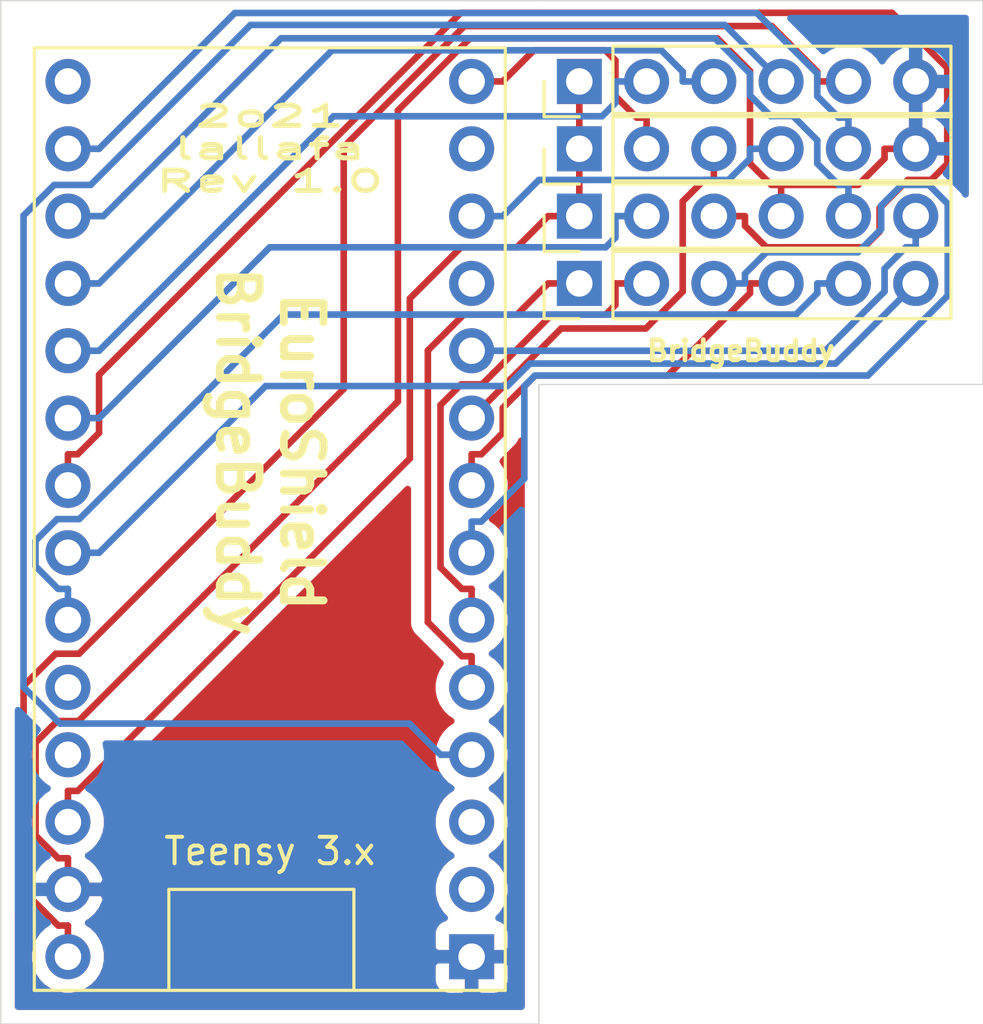
<source format=kicad_pcb>
(kicad_pcb (version 20171130) (host pcbnew "(5.1.5-0-10_14)")

  (general
    (thickness 1.6)
    (drawings 18)
    (tracks 201)
    (zones 0)
    (modules 6)
    (nets 28)
  )

  (page A4)
  (layers
    (0 F.Cu signal)
    (31 B.Cu signal)
    (32 B.Adhes user hide)
    (33 F.Adhes user hide)
    (34 B.Paste user hide)
    (35 F.Paste user hide)
    (36 B.SilkS user hide)
    (37 F.SilkS user)
    (38 B.Mask user hide)
    (39 F.Mask user hide)
    (40 Dwgs.User user hide)
    (41 Cmts.User user hide)
    (42 Eco1.User user hide)
    (43 Eco2.User user hide)
    (44 Edge.Cuts user)
    (45 Margin user hide)
    (46 B.CrtYd user hide)
    (47 F.CrtYd user hide)
    (48 B.Fab user hide)
    (49 F.Fab user hide)
  )

  (setup
    (last_trace_width 0.25)
    (user_trace_width 0.254)
    (user_trace_width 0.381)
    (user_trace_width 0.508)
    (trace_clearance 0.2)
    (zone_clearance 0.508)
    (zone_45_only no)
    (trace_min 0.2)
    (via_size 0.8)
    (via_drill 0.4)
    (via_min_size 0.4)
    (via_min_drill 0.3)
    (uvia_size 0.3)
    (uvia_drill 0.1)
    (uvias_allowed no)
    (uvia_min_size 0.2)
    (uvia_min_drill 0.1)
    (edge_width 0.05)
    (segment_width 0.2)
    (pcb_text_width 0.3)
    (pcb_text_size 1.5 1.5)
    (mod_edge_width 0.12)
    (mod_text_size 1 1)
    (mod_text_width 0.15)
    (pad_size 1.15 1.4)
    (pad_drill 0)
    (pad_to_mask_clearance 0.051)
    (solder_mask_min_width 0.25)
    (aux_axis_origin 0 0)
    (visible_elements FFFFFF7F)
    (pcbplotparams
      (layerselection 0x010fc_ffffffff)
      (usegerberextensions false)
      (usegerberattributes false)
      (usegerberadvancedattributes false)
      (creategerberjobfile false)
      (excludeedgelayer true)
      (linewidth 0.100000)
      (plotframeref false)
      (viasonmask false)
      (mode 1)
      (useauxorigin false)
      (hpglpennumber 1)
      (hpglpenspeed 20)
      (hpglpendiameter 15.000000)
      (psnegative false)
      (psa4output false)
      (plotreference true)
      (plotvalue true)
      (plotinvisibletext false)
      (padsonsilk false)
      (subtractmaskfromsilk false)
      (outputformat 1)
      (mirror false)
      (drillshape 0)
      (scaleselection 1)
      (outputdirectory "gerber/"))
  )

  (net 0 "")
  (net 1 /MISO)
  (net 2 /MCLK)
  (net 3 /CS)
  (net 4 /BCLK)
  (net 5 /DSP_RST)
  (net 6 /MOSI)
  (net 7 /LED4)
  (net 8 /LED3)
  (net 9 /LED2)
  (net 10 /LED1)
  (net 11 /BUTTON)
  (net 12 /MIDI_OUT)
  (net 13 /MIDI_IN)
  (net 14 /DOUT)
  (net 15 /SCK)
  (net 16 /DSP_C_S)
  (net 17 /ENC_B)
  (net 18 /ENC_A)
  (net 19 /SDA)
  (net 20 /SCL)
  (net 21 /UP_POT)
  (net 22 /LO_POT)
  (net 23 /DIN)
  (net 24 /LRCLK)
  (net 25 GND)
  (net 26 +3V3)
  (net 27 +5V)

  (net_class Default "Dies ist die voreingestellte Netzklasse."
    (clearance 0.2)
    (trace_width 0.25)
    (via_dia 0.8)
    (via_drill 0.4)
    (uvia_dia 0.3)
    (uvia_drill 0.1)
    (add_net +3V3)
    (add_net +5V)
    (add_net /BCLK)
    (add_net /BUTTON)
    (add_net /CS)
    (add_net /DIN)
    (add_net /DOUT)
    (add_net /DSP_C_S)
    (add_net /DSP_RST)
    (add_net /ENC_A)
    (add_net /ENC_B)
    (add_net /LED1)
    (add_net /LED2)
    (add_net /LED3)
    (add_net /LED4)
    (add_net /LO_POT)
    (add_net /LRCLK)
    (add_net /MCLK)
    (add_net /MIDI_IN)
    (add_net /MIDI_OUT)
    (add_net /MISO)
    (add_net /MOSI)
    (add_net /SCK)
    (add_net /SCL)
    (add_net /SDA)
    (add_net /UP_POT)
    (add_net GND)
  )

  (module Connector_PinHeader_2.54mm:PinHeader_1x06_P2.54mm_Vertical (layer F.Cu) (tedit 59FED5CC) (tstamp 6044E602)
    (at 153.924 78.74 90)
    (descr "Through hole straight pin header, 1x06, 2.54mm pitch, single row")
    (tags "Through hole pin header THT 1x06 2.54mm single row")
    (path /605752B0)
    (fp_text reference J6 (at 0 -2.33 90) (layer F.SilkS) hide
      (effects (font (size 1 1) (thickness 0.15)))
    )
    (fp_text value XTRA (at 0 15.03 90) (layer F.Fab)
      (effects (font (size 1 1) (thickness 0.15)))
    )
    (fp_text user %R (at 0 6.35) (layer F.Fab)
      (effects (font (size 1 1) (thickness 0.15)))
    )
    (fp_line (start 1.8 -1.8) (end -1.8 -1.8) (layer F.CrtYd) (width 0.05))
    (fp_line (start 1.8 14.5) (end 1.8 -1.8) (layer F.CrtYd) (width 0.05))
    (fp_line (start -1.8 14.5) (end 1.8 14.5) (layer F.CrtYd) (width 0.05))
    (fp_line (start -1.8 -1.8) (end -1.8 14.5) (layer F.CrtYd) (width 0.05))
    (fp_line (start -1.33 -1.33) (end 0 -1.33) (layer F.SilkS) (width 0.12))
    (fp_line (start -1.33 0) (end -1.33 -1.33) (layer F.SilkS) (width 0.12))
    (fp_line (start -1.33 1.27) (end 1.33 1.27) (layer F.SilkS) (width 0.12))
    (fp_line (start 1.33 1.27) (end 1.33 14.03) (layer F.SilkS) (width 0.12))
    (fp_line (start -1.33 1.27) (end -1.33 14.03) (layer F.SilkS) (width 0.12))
    (fp_line (start -1.33 14.03) (end 1.33 14.03) (layer F.SilkS) (width 0.12))
    (fp_line (start -1.27 -0.635) (end -0.635 -1.27) (layer F.Fab) (width 0.1))
    (fp_line (start -1.27 13.97) (end -1.27 -0.635) (layer F.Fab) (width 0.1))
    (fp_line (start 1.27 13.97) (end -1.27 13.97) (layer F.Fab) (width 0.1))
    (fp_line (start 1.27 -1.27) (end 1.27 13.97) (layer F.Fab) (width 0.1))
    (fp_line (start -0.635 -1.27) (end 1.27 -1.27) (layer F.Fab) (width 0.1))
    (pad 6 thru_hole oval (at 0 12.7 90) (size 1.7 1.7) (drill 1) (layers *.Cu *.Mask)
      (net 21 /UP_POT))
    (pad 5 thru_hole oval (at 0 10.16 90) (size 1.7 1.7) (drill 1) (layers *.Cu *.Mask)
      (net 22 /LO_POT))
    (pad 4 thru_hole oval (at 0 7.62 90) (size 1.7 1.7) (drill 1) (layers *.Cu *.Mask)
      (net 7 /LED4))
    (pad 3 thru_hole oval (at 0 5.08 90) (size 1.7 1.7) (drill 1) (layers *.Cu *.Mask)
      (net 8 /LED3))
    (pad 2 thru_hole oval (at 0 2.54 90) (size 1.7 1.7) (drill 1) (layers *.Cu *.Mask)
      (net 9 /LED2))
    (pad 1 thru_hole rect (at 0 0 90) (size 1.7 1.7) (drill 1) (layers *.Cu *.Mask)
      (net 10 /LED1))
    (model ${KISYS3DMOD}/Connector_PinHeader_2.54mm.3dshapes/PinHeader_1x06_P2.54mm_Vertical.wrl
      (at (xyz 0 0 0))
      (scale (xyz 1 1 1))
      (rotate (xyz 0 0 0))
    )
  )

  (module Connector_PinHeader_2.54mm:PinHeader_1x06_P2.54mm_Vertical (layer F.Cu) (tedit 59FED5CC) (tstamp 6044E5E8)
    (at 153.924 76.2 90)
    (descr "Through hole straight pin header, 1x06, 2.54mm pitch, single row")
    (tags "Through hole pin header THT 1x06 2.54mm single row")
    (path /60574187)
    (fp_text reference J5 (at 0 -2.33 90) (layer F.SilkS) hide
      (effects (font (size 1 1) (thickness 0.15)))
    )
    (fp_text value I2C (at 0 15.03 90) (layer F.Fab)
      (effects (font (size 1 1) (thickness 0.15)))
    )
    (fp_text user %R (at 0 6.35) (layer F.Fab)
      (effects (font (size 1 1) (thickness 0.15)))
    )
    (fp_line (start 1.8 -1.8) (end -1.8 -1.8) (layer F.CrtYd) (width 0.05))
    (fp_line (start 1.8 14.5) (end 1.8 -1.8) (layer F.CrtYd) (width 0.05))
    (fp_line (start -1.8 14.5) (end 1.8 14.5) (layer F.CrtYd) (width 0.05))
    (fp_line (start -1.8 -1.8) (end -1.8 14.5) (layer F.CrtYd) (width 0.05))
    (fp_line (start -1.33 -1.33) (end 0 -1.33) (layer F.SilkS) (width 0.12))
    (fp_line (start -1.33 0) (end -1.33 -1.33) (layer F.SilkS) (width 0.12))
    (fp_line (start -1.33 1.27) (end 1.33 1.27) (layer F.SilkS) (width 0.12))
    (fp_line (start 1.33 1.27) (end 1.33 14.03) (layer F.SilkS) (width 0.12))
    (fp_line (start -1.33 1.27) (end -1.33 14.03) (layer F.SilkS) (width 0.12))
    (fp_line (start -1.33 14.03) (end 1.33 14.03) (layer F.SilkS) (width 0.12))
    (fp_line (start -1.27 -0.635) (end -0.635 -1.27) (layer F.Fab) (width 0.1))
    (fp_line (start -1.27 13.97) (end -1.27 -0.635) (layer F.Fab) (width 0.1))
    (fp_line (start 1.27 13.97) (end -1.27 13.97) (layer F.Fab) (width 0.1))
    (fp_line (start 1.27 -1.27) (end 1.27 13.97) (layer F.Fab) (width 0.1))
    (fp_line (start -0.635 -1.27) (end 1.27 -1.27) (layer F.Fab) (width 0.1))
    (pad 6 thru_hole oval (at 0 12.7 90) (size 1.7 1.7) (drill 1) (layers *.Cu *.Mask)
      (net 5 /DSP_RST))
    (pad 5 thru_hole oval (at 0 10.16 90) (size 1.7 1.7) (drill 1) (layers *.Cu *.Mask)
      (net 16 /DSP_C_S))
    (pad 4 thru_hole oval (at 0 7.62 90) (size 1.7 1.7) (drill 1) (layers *.Cu *.Mask)
      (net 25 GND))
    (pad 3 thru_hole oval (at 0 5.08 90) (size 1.7 1.7) (drill 1) (layers *.Cu *.Mask)
      (net 20 /SCL))
    (pad 2 thru_hole oval (at 0 2.54 90) (size 1.7 1.7) (drill 1) (layers *.Cu *.Mask)
      (net 19 /SDA))
    (pad 1 thru_hole rect (at 0 0 90) (size 1.7 1.7) (drill 1) (layers *.Cu *.Mask)
      (net 26 +3V3))
    (model ${KISYS3DMOD}/Connector_PinHeader_2.54mm.3dshapes/PinHeader_1x06_P2.54mm_Vertical.wrl
      (at (xyz 0 0 0))
      (scale (xyz 1 1 1))
      (rotate (xyz 0 0 0))
    )
  )

  (module Connector_PinHeader_2.54mm:PinHeader_1x06_P2.54mm_Vertical (layer F.Cu) (tedit 59FED5CC) (tstamp 6044E5CE)
    (at 153.924 73.66 90)
    (descr "Through hole straight pin header, 1x06, 2.54mm pitch, single row")
    (tags "Through hole pin header THT 1x06 2.54mm single row")
    (path /60573212)
    (fp_text reference J4 (at 0 -2.33 90) (layer F.SilkS) hide
      (effects (font (size 1 1) (thickness 0.15)))
    )
    (fp_text value SPI (at 0 15.03 90) (layer F.Fab)
      (effects (font (size 1 1) (thickness 0.15)))
    )
    (fp_text user %R (at 0 6.35) (layer F.Fab)
      (effects (font (size 1 1) (thickness 0.15)))
    )
    (fp_line (start 1.8 -1.8) (end -1.8 -1.8) (layer F.CrtYd) (width 0.05))
    (fp_line (start 1.8 14.5) (end 1.8 -1.8) (layer F.CrtYd) (width 0.05))
    (fp_line (start -1.8 14.5) (end 1.8 14.5) (layer F.CrtYd) (width 0.05))
    (fp_line (start -1.8 -1.8) (end -1.8 14.5) (layer F.CrtYd) (width 0.05))
    (fp_line (start -1.33 -1.33) (end 0 -1.33) (layer F.SilkS) (width 0.12))
    (fp_line (start -1.33 0) (end -1.33 -1.33) (layer F.SilkS) (width 0.12))
    (fp_line (start -1.33 1.27) (end 1.33 1.27) (layer F.SilkS) (width 0.12))
    (fp_line (start 1.33 1.27) (end 1.33 14.03) (layer F.SilkS) (width 0.12))
    (fp_line (start -1.33 1.27) (end -1.33 14.03) (layer F.SilkS) (width 0.12))
    (fp_line (start -1.33 14.03) (end 1.33 14.03) (layer F.SilkS) (width 0.12))
    (fp_line (start -1.27 -0.635) (end -0.635 -1.27) (layer F.Fab) (width 0.1))
    (fp_line (start -1.27 13.97) (end -1.27 -0.635) (layer F.Fab) (width 0.1))
    (fp_line (start 1.27 13.97) (end -1.27 13.97) (layer F.Fab) (width 0.1))
    (fp_line (start 1.27 -1.27) (end 1.27 13.97) (layer F.Fab) (width 0.1))
    (fp_line (start -0.635 -1.27) (end 1.27 -1.27) (layer F.Fab) (width 0.1))
    (pad 6 thru_hole oval (at 0 12.7 90) (size 1.7 1.7) (drill 1) (layers *.Cu *.Mask)
      (net 25 GND))
    (pad 5 thru_hole oval (at 0 10.16 90) (size 1.7 1.7) (drill 1) (layers *.Cu *.Mask)
      (net 15 /SCK))
    (pad 4 thru_hole oval (at 0 7.62 90) (size 1.7 1.7) (drill 1) (layers *.Cu *.Mask)
      (net 3 /CS))
    (pad 3 thru_hole oval (at 0 5.08 90) (size 1.7 1.7) (drill 1) (layers *.Cu *.Mask)
      (net 6 /MOSI))
    (pad 2 thru_hole oval (at 0 2.54 90) (size 1.7 1.7) (drill 1) (layers *.Cu *.Mask)
      (net 1 /MISO))
    (pad 1 thru_hole rect (at 0 0 90) (size 1.7 1.7) (drill 1) (layers *.Cu *.Mask)
      (net 26 +3V3))
    (model ${KISYS3DMOD}/Connector_PinHeader_2.54mm.3dshapes/PinHeader_1x06_P2.54mm_Vertical.wrl
      (at (xyz 0 0 0))
      (scale (xyz 1 1 1))
      (rotate (xyz 0 0 0))
    )
  )

  (module Connector_PinHeader_2.54mm:PinHeader_1x06_P2.54mm_Vertical (layer F.Cu) (tedit 59FED5CC) (tstamp 6044E5B4)
    (at 153.924 71.12 90)
    (descr "Through hole straight pin header, 1x06, 2.54mm pitch, single row")
    (tags "Through hole pin header THT 1x06 2.54mm single row")
    (path /605669DB)
    (fp_text reference J3 (at 0 -2.33 90) (layer F.SilkS) hide
      (effects (font (size 1 1) (thickness 0.15)))
    )
    (fp_text value ENC (at 0 15.03 90) (layer F.Fab)
      (effects (font (size 1 1) (thickness 0.15)))
    )
    (fp_text user %R (at 0 6.35) (layer F.Fab)
      (effects (font (size 1 1) (thickness 0.15)))
    )
    (fp_line (start 1.8 -1.8) (end -1.8 -1.8) (layer F.CrtYd) (width 0.05))
    (fp_line (start 1.8 14.5) (end 1.8 -1.8) (layer F.CrtYd) (width 0.05))
    (fp_line (start -1.8 14.5) (end 1.8 14.5) (layer F.CrtYd) (width 0.05))
    (fp_line (start -1.8 -1.8) (end -1.8 14.5) (layer F.CrtYd) (width 0.05))
    (fp_line (start -1.33 -1.33) (end 0 -1.33) (layer F.SilkS) (width 0.12))
    (fp_line (start -1.33 0) (end -1.33 -1.33) (layer F.SilkS) (width 0.12))
    (fp_line (start -1.33 1.27) (end 1.33 1.27) (layer F.SilkS) (width 0.12))
    (fp_line (start 1.33 1.27) (end 1.33 14.03) (layer F.SilkS) (width 0.12))
    (fp_line (start -1.33 1.27) (end -1.33 14.03) (layer F.SilkS) (width 0.12))
    (fp_line (start -1.33 14.03) (end 1.33 14.03) (layer F.SilkS) (width 0.12))
    (fp_line (start -1.27 -0.635) (end -0.635 -1.27) (layer F.Fab) (width 0.1))
    (fp_line (start -1.27 13.97) (end -1.27 -0.635) (layer F.Fab) (width 0.1))
    (fp_line (start 1.27 13.97) (end -1.27 13.97) (layer F.Fab) (width 0.1))
    (fp_line (start 1.27 -1.27) (end 1.27 13.97) (layer F.Fab) (width 0.1))
    (fp_line (start -0.635 -1.27) (end 1.27 -1.27) (layer F.Fab) (width 0.1))
    (pad 6 thru_hole oval (at 0 12.7 90) (size 1.7 1.7) (drill 1) (layers *.Cu *.Mask)
      (net 25 GND))
    (pad 5 thru_hole oval (at 0 10.16 90) (size 1.7 1.7) (drill 1) (layers *.Cu *.Mask)
      (net 27 +5V))
    (pad 4 thru_hole oval (at 0 7.62 90) (size 1.7 1.7) (drill 1) (layers *.Cu *.Mask)
      (net 11 /BUTTON))
    (pad 3 thru_hole oval (at 0 5.08 90) (size 1.7 1.7) (drill 1) (layers *.Cu *.Mask)
      (net 17 /ENC_B))
    (pad 2 thru_hole oval (at 0 2.54 90) (size 1.7 1.7) (drill 1) (layers *.Cu *.Mask)
      (net 18 /ENC_A))
    (pad 1 thru_hole rect (at 0 0 90) (size 1.7 1.7) (drill 1) (layers *.Cu *.Mask)
      (net 26 +3V3))
    (model ${KISYS3DMOD}/Connector_PinHeader_2.54mm.3dshapes/PinHeader_1x06_P2.54mm_Vertical.wrl
      (at (xyz 0 0 0))
      (scale (xyz 1 1 1))
      (rotate (xyz 0 0 0))
    )
  )

  (module Connector_PinHeader_2.54mm:PinHeader_1x14_P2.54mm_Vertical_NoSilk (layer F.Cu) (tedit 5F5D18D8) (tstamp 5F84142A)
    (at 149.86 104.14 180)
    (descr "Through hole straight pin header, 1x14, 2.54mm pitch, single row")
    (tags "Through hole pin header THT 1x14 2.54mm single row")
    (path /5F5FF9D8)
    (fp_text reference J1 (at 0 -2.33) (layer F.SilkS) hide
      (effects (font (size 1 1) (thickness 0.15)))
    )
    (fp_text value T3_Left (at 0 35.35) (layer F.Fab) hide
      (effects (font (size 1 1) (thickness 0.15)))
    )
    (fp_line (start -0.635 -1.27) (end 1.27 -1.27) (layer F.Fab) (width 0.1))
    (fp_line (start 1.27 -1.27) (end 1.27 34.29) (layer F.Fab) (width 0.1))
    (fp_line (start 1.27 34.29) (end -1.27 34.29) (layer F.Fab) (width 0.1))
    (fp_line (start -1.27 34.29) (end -1.27 -0.635) (layer F.Fab) (width 0.1))
    (fp_line (start -1.27 -0.635) (end -0.635 -1.27) (layer F.Fab) (width 0.1))
    (fp_line (start -1.8 -1.8) (end -1.8 34.8) (layer F.CrtYd) (width 0.05))
    (fp_line (start -1.8 34.8) (end 1.8 34.8) (layer F.CrtYd) (width 0.05))
    (fp_line (start 1.8 34.8) (end 1.8 -1.8) (layer F.CrtYd) (width 0.05))
    (fp_line (start 1.8 -1.8) (end -1.8 -1.8) (layer F.CrtYd) (width 0.05))
    (fp_text user %R (at 0 16.51 90) (layer F.Fab)
      (effects (font (size 1 1) (thickness 0.15)))
    )
    (pad 1 thru_hole rect (at 0 0 180) (size 1.7 1.7) (drill 1) (layers *.Cu *.Mask)
      (net 25 GND))
    (pad 2 thru_hole oval (at 0 2.54 180) (size 1.7 1.7) (drill 1) (layers *.Cu *.Mask)
      (net 13 /MIDI_IN))
    (pad 3 thru_hole oval (at 0 5.08 180) (size 1.7 1.7) (drill 1) (layers *.Cu *.Mask)
      (net 12 /MIDI_OUT))
    (pad 4 thru_hole oval (at 0 7.62 180) (size 1.7 1.7) (drill 1) (layers *.Cu *.Mask)
      (net 11 /BUTTON))
    (pad 5 thru_hole oval (at 0 10.16 180) (size 1.7 1.7) (drill 1) (layers *.Cu *.Mask)
      (net 10 /LED1))
    (pad 6 thru_hole oval (at 0 12.7 180) (size 1.7 1.7) (drill 1) (layers *.Cu *.Mask)
      (net 9 /LED2))
    (pad 7 thru_hole oval (at 0 15.24 180) (size 1.7 1.7) (drill 1) (layers *.Cu *.Mask)
      (net 8 /LED3))
    (pad 8 thru_hole oval (at 0 17.78 180) (size 1.7 1.7) (drill 1) (layers *.Cu *.Mask)
      (net 7 /LED4))
    (pad 9 thru_hole oval (at 0 20.32 180) (size 1.7 1.7) (drill 1) (layers *.Cu *.Mask)
      (net 6 /MOSI))
    (pad 10 thru_hole oval (at 0 22.86 180) (size 1.7 1.7) (drill 1) (layers *.Cu *.Mask)
      (net 5 /DSP_RST))
    (pad 11 thru_hole oval (at 0 25.4 180) (size 1.7 1.7) (drill 1) (layers *.Cu *.Mask)
      (net 4 /BCLK))
    (pad 12 thru_hole oval (at 0 27.94 180) (size 1.7 1.7) (drill 1) (layers *.Cu *.Mask)
      (net 3 /CS))
    (pad 13 thru_hole oval (at 0 30.48 180) (size 1.7 1.7) (drill 1) (layers *.Cu *.Mask)
      (net 2 /MCLK))
    (pad 14 thru_hole oval (at 0 33.02 180) (size 1.7 1.7) (drill 1) (layers *.Cu *.Mask)
      (net 1 /MISO))
    (model ${KISYS3DMOD}/Connector_PinHeader_2.54mm.3dshapes/PinHeader_1x14_P2.54mm_Vertical.wrl
      (at (xyz 0 0 0))
      (scale (xyz 1 1 1))
      (rotate (xyz 0 0 0))
    )
  )

  (module Connector_PinHeader_2.54mm:PinHeader_1x14_P2.54mm_Vertical_NoSilk_NoPin1 (layer F.Cu) (tedit 5F5D18B6) (tstamp 5F5F7A6B)
    (at 134.62 104.14 180)
    (descr "Through hole straight pin header, 1x14, 2.54mm pitch, single row")
    (tags "Through hole pin header THT 1x14 2.54mm single row")
    (path /5F601FF7)
    (fp_text reference J2 (at 0 -2.33) (layer F.SilkS) hide
      (effects (font (size 1 1) (thickness 0.15)))
    )
    (fp_text value T3_Right (at 0 35.35) (layer F.Fab)
      (effects (font (size 1 1) (thickness 0.15)))
    )
    (fp_text user %R (at 0 16.51 90) (layer F.Fab)
      (effects (font (size 1 1) (thickness 0.15)))
    )
    (fp_line (start 1.8 -1.8) (end -1.8 -1.8) (layer F.CrtYd) (width 0.05))
    (fp_line (start 1.8 34.8) (end 1.8 -1.8) (layer F.CrtYd) (width 0.05))
    (fp_line (start -1.8 34.8) (end 1.8 34.8) (layer F.CrtYd) (width 0.05))
    (fp_line (start -1.8 -1.8) (end -1.8 34.8) (layer F.CrtYd) (width 0.05))
    (fp_line (start -1.27 -0.635) (end -0.635 -1.27) (layer F.Fab) (width 0.1))
    (fp_line (start -1.27 34.29) (end -1.27 -0.635) (layer F.Fab) (width 0.1))
    (fp_line (start 1.27 34.29) (end -1.27 34.29) (layer F.Fab) (width 0.1))
    (fp_line (start 1.27 -1.27) (end 1.27 34.29) (layer F.Fab) (width 0.1))
    (fp_line (start -0.635 -1.27) (end 1.27 -1.27) (layer F.Fab) (width 0.1))
    (pad 14 thru_hole oval (at 0 33.02 180) (size 1.7 1.7) (drill 1) (layers *.Cu *.Mask)
      (net 14 /DOUT))
    (pad 13 thru_hole oval (at 0 30.48 180) (size 1.7 1.7) (drill 1) (layers *.Cu *.Mask)
      (net 15 /SCK))
    (pad 12 thru_hole oval (at 0 27.94 180) (size 1.7 1.7) (drill 1) (layers *.Cu *.Mask)
      (net 16 /DSP_C_S))
    (pad 11 thru_hole oval (at 0 25.4 180) (size 1.7 1.7) (drill 1) (layers *.Cu *.Mask)
      (net 17 /ENC_B))
    (pad 10 thru_hole oval (at 0 22.86 180) (size 1.7 1.7) (drill 1) (layers *.Cu *.Mask)
      (net 18 /ENC_A))
    (pad 9 thru_hole oval (at 0 20.32 180) (size 1.7 1.7) (drill 1) (layers *.Cu *.Mask)
      (net 19 /SDA))
    (pad 8 thru_hole oval (at 0 17.78 180) (size 1.7 1.7) (drill 1) (layers *.Cu *.Mask)
      (net 20 /SCL))
    (pad 7 thru_hole oval (at 0 15.24 180) (size 1.7 1.7) (drill 1) (layers *.Cu *.Mask)
      (net 21 /UP_POT))
    (pad 6 thru_hole oval (at 0 12.7 180) (size 1.7 1.7) (drill 1) (layers *.Cu *.Mask)
      (net 22 /LO_POT))
    (pad 5 thru_hole oval (at 0 10.16 180) (size 1.7 1.7) (drill 1) (layers *.Cu *.Mask)
      (net 23 /DIN))
    (pad 4 thru_hole oval (at 0 7.62 180) (size 1.7 1.7) (drill 1) (layers *.Cu *.Mask)
      (net 24 /LRCLK))
    (pad 3 thru_hole oval (at 0 5.08 180) (size 1.7 1.7) (drill 1) (layers *.Cu *.Mask)
      (net 26 +3V3))
    (pad 2 thru_hole oval (at 0 2.54 180) (size 1.7 1.7) (drill 1) (layers *.Cu *.Mask)
      (net 25 GND))
    (pad 1 thru_hole oval (at 0 0 180) (size 1.7 1.7) (drill 1) (layers *.Cu *.Mask)
      (net 27 +5V))
    (model ${KISYS3DMOD}/Connector_PinHeader_2.54mm.3dshapes/PinHeader_1x14_P2.54mm_Vertical.wrl
      (at (xyz 0 0 0))
      (scale (xyz 1 1 1))
      (rotate (xyz 0 0 0))
    )
  )

  (gr_text BridgeBuddy (at 160.02 81.28) (layer F.SilkS)
    (effects (font (size 0.762 0.762) (thickness 0.1778)))
  )
  (gr_line (start 152.4 82.55) (end 169.164 82.55) (layer Edge.Cuts) (width 0.05) (tstamp 6044D75C))
  (gr_line (start 152.4 82.55) (end 152.4 106.68) (layer Edge.Cuts) (width 0.05) (tstamp 5F70D938))
  (gr_line (start 169.164 68.072) (end 169.164 82.55) (layer Edge.Cuts) (width 0.05) (tstamp 6044E131))
  (gr_line (start 152.4 68.072) (end 169.164 68.072) (layer Edge.Cuts) (width 0.05))
  (gr_text "2o21\nlallafa\nRev 1.0\n" (at 142.24 73.66) (layer F.SilkS)
    (effects (font (size 0.762 1.5) (thickness 0.1905)))
  )
  (gr_text "EuroShield\nBridgeBuddy" (at 142.24 85.09 270) (layer F.SilkS)
    (effects (font (size 1.5 1.5) (thickness 0.3)))
  )
  (gr_text "Teensy 3.x\n\n" (at 142.24 100.965) (layer F.SilkS)
    (effects (font (size 1 1) (thickness 0.15)))
  )
  (gr_line (start 138.43 101.6) (end 138.43 105.41) (layer F.SilkS) (width 0.12))
  (gr_line (start 145.415 101.6) (end 138.43 101.6) (layer F.SilkS) (width 0.12))
  (gr_line (start 145.415 105.41) (end 145.415 101.6) (layer F.SilkS) (width 0.12))
  (gr_line (start 151.13 69.85) (end 151.13 105.41) (layer F.SilkS) (width 0.12) (tstamp 5F65406F))
  (gr_line (start 133.35 69.85) (end 151.13 69.85) (layer F.SilkS) (width 0.12))
  (gr_line (start 133.35 105.41) (end 133.35 69.85) (layer F.SilkS) (width 0.12))
  (gr_line (start 151.13 105.41) (end 133.35 105.41) (layer F.SilkS) (width 0.12) (tstamp 5F653CD7))
  (gr_line (start 132.08 106.68) (end 132.08 68.072) (angle 90) (layer Edge.Cuts) (width 0.05))
  (gr_line (start 152.4 106.68) (end 132.08 106.68) (angle 90) (layer Edge.Cuts) (width 0.05))
  (gr_line (start 132.08 68.072) (end 152.4 68.072) (angle 90) (layer Edge.Cuts) (width 0.05))

  (segment (start 156.464 73.66) (end 156.464 72.4847) (width 0.25) (layer F.Cu) (net 1))
  (segment (start 149.86 71.12) (end 151.0353 71.12) (width 0.25) (layer F.Cu) (net 1))
  (segment (start 151.0353 71.12) (end 152.2106 69.9447) (width 0.25) (layer F.Cu) (net 1))
  (segment (start 152.2106 69.9447) (end 154.9088 69.9447) (width 0.25) (layer F.Cu) (net 1))
  (segment (start 154.9088 69.9447) (end 155.2887 70.3246) (width 0.25) (layer F.Cu) (net 1))
  (segment (start 155.2887 70.3246) (end 155.2887 71.6768) (width 0.25) (layer F.Cu) (net 1))
  (segment (start 155.2887 71.6768) (end 156.0966 72.4847) (width 0.25) (layer F.Cu) (net 1))
  (segment (start 156.0966 72.4847) (end 156.464 72.4847) (width 0.25) (layer F.Cu) (net 1))
  (segment (start 161.544 73.66) (end 160.3687 73.66) (width 0.25) (layer B.Cu) (net 3))
  (segment (start 149.86 76.2) (end 151.0353 76.2) (width 0.25) (layer B.Cu) (net 3))
  (segment (start 151.0353 76.2) (end 152.4 74.8353) (width 0.25) (layer B.Cu) (net 3))
  (segment (start 152.4 74.8353) (end 159.5608 74.8353) (width 0.25) (layer B.Cu) (net 3))
  (segment (start 159.5608 74.8353) (end 160.3687 74.0274) (width 0.25) (layer B.Cu) (net 3))
  (segment (start 160.3687 74.0274) (end 160.3687 73.66) (width 0.25) (layer B.Cu) (net 3))
  (segment (start 166.624 76.2) (end 166.624 77.3753) (width 0.25) (layer B.Cu) (net 5))
  (segment (start 149.86 81.28) (end 151.0353 81.28) (width 0.25) (layer B.Cu) (net 5))
  (segment (start 151.0353 81.28) (end 163.2104 81.28) (width 0.25) (layer B.Cu) (net 5))
  (segment (start 163.2104 81.28) (end 165.4487 79.0417) (width 0.25) (layer B.Cu) (net 5))
  (segment (start 165.4487 79.0417) (end 165.4487 78.1832) (width 0.25) (layer B.Cu) (net 5))
  (segment (start 165.4487 78.1832) (end 166.2566 77.3753) (width 0.25) (layer B.Cu) (net 5))
  (segment (start 166.2566 77.3753) (end 166.624 77.3753) (width 0.25) (layer B.Cu) (net 5))
  (segment (start 159.004 73.66) (end 159.004 74.8353) (width 0.25) (layer F.Cu) (net 6))
  (segment (start 149.86 83.82) (end 153.2414 80.4386) (width 0.25) (layer F.Cu) (net 6))
  (segment (start 153.2414 80.4386) (end 156.4368 80.4386) (width 0.25) (layer F.Cu) (net 6))
  (segment (start 156.4368 80.4386) (end 157.8287 79.0467) (width 0.25) (layer F.Cu) (net 6))
  (segment (start 157.8287 79.0467) (end 157.8287 75.6432) (width 0.25) (layer F.Cu) (net 6))
  (segment (start 157.8287 75.6432) (end 158.6366 74.8353) (width 0.25) (layer F.Cu) (net 6))
  (segment (start 158.6366 74.8353) (end 159.004 74.8353) (width 0.25) (layer F.Cu) (net 6))
  (segment (start 161.544 78.74) (end 160.3687 78.74) (width 0.25) (layer F.Cu) (net 7))
  (segment (start 149.86 86.36) (end 149.86 85.1847) (width 0.25) (layer F.Cu) (net 7))
  (segment (start 149.86 85.1847) (end 150.2274 85.1847) (width 0.25) (layer F.Cu) (net 7))
  (segment (start 150.2274 85.1847) (end 151.0353 84.3768) (width 0.25) (layer F.Cu) (net 7))
  (segment (start 151.0353 84.3768) (end 151.0353 83.4383) (width 0.25) (layer F.Cu) (net 7))
  (segment (start 151.0353 83.4383) (end 152.259 82.2146) (width 0.25) (layer F.Cu) (net 7))
  (segment (start 152.259 82.2146) (end 157.2614 82.2146) (width 0.25) (layer F.Cu) (net 7))
  (segment (start 157.2614 82.2146) (end 160.3687 79.1073) (width 0.25) (layer F.Cu) (net 7))
  (segment (start 160.3687 79.1073) (end 160.3687 78.74) (width 0.25) (layer F.Cu) (net 7))
  (segment (start 159.004 78.74) (end 160.1793 78.74) (width 0.25) (layer B.Cu) (net 8))
  (segment (start 149.86 88.9) (end 149.86 87.7247) (width 0.25) (layer B.Cu) (net 8))
  (segment (start 149.86 87.7247) (end 150.2273 87.7247) (width 0.25) (layer B.Cu) (net 8))
  (segment (start 150.2273 87.7247) (end 151.8499 86.1021) (width 0.25) (layer B.Cu) (net 8))
  (segment (start 151.8499 86.1021) (end 151.8499 82.6115) (width 0.25) (layer B.Cu) (net 8))
  (segment (start 151.8499 82.6115) (end 152.2468 82.2146) (width 0.25) (layer B.Cu) (net 8))
  (segment (start 152.2468 82.2146) (end 164.8204 82.2146) (width 0.25) (layer B.Cu) (net 8))
  (segment (start 164.8204 82.2146) (end 167.8329 79.2021) (width 0.25) (layer B.Cu) (net 8))
  (segment (start 167.8329 79.2021) (end 167.8329 75.736) (width 0.25) (layer B.Cu) (net 8))
  (segment (start 167.8329 75.736) (end 167.1215 75.0246) (width 0.25) (layer B.Cu) (net 8))
  (segment (start 167.1215 75.0246) (end 166.0984 75.0246) (width 0.25) (layer B.Cu) (net 8))
  (segment (start 166.0984 75.0246) (end 165.3206 75.8024) (width 0.25) (layer B.Cu) (net 8))
  (segment (start 165.3206 75.8024) (end 165.3206 76.6872) (width 0.25) (layer B.Cu) (net 8))
  (segment (start 165.3206 76.6872) (end 164.4431 77.5647) (width 0.25) (layer B.Cu) (net 8))
  (segment (start 164.4431 77.5647) (end 160.9872 77.5647) (width 0.25) (layer B.Cu) (net 8))
  (segment (start 160.9872 77.5647) (end 160.1793 78.3726) (width 0.25) (layer B.Cu) (net 8))
  (segment (start 160.1793 78.3726) (end 160.1793 78.74) (width 0.25) (layer B.Cu) (net 8))
  (segment (start 149.86 91.44) (end 149.86 90.2647) (width 0.25) (layer F.Cu) (net 9))
  (segment (start 156.464 78.74) (end 155.2887 78.74) (width 0.25) (layer F.Cu) (net 9))
  (segment (start 155.2887 78.74) (end 155.2887 79.5481) (width 0.25) (layer F.Cu) (net 9))
  (segment (start 155.2887 79.5481) (end 154.9215 79.9153) (width 0.25) (layer F.Cu) (net 9))
  (segment (start 154.9215 79.9153) (end 152.887 79.9153) (width 0.25) (layer F.Cu) (net 9))
  (segment (start 152.887 79.9153) (end 150.2523 82.55) (width 0.25) (layer F.Cu) (net 9))
  (segment (start 150.2523 82.55) (end 149.4627 82.55) (width 0.25) (layer F.Cu) (net 9))
  (segment (start 149.4627 82.55) (end 148.6847 83.328) (width 0.25) (layer F.Cu) (net 9))
  (segment (start 148.6847 83.328) (end 148.6847 89.4568) (width 0.25) (layer F.Cu) (net 9))
  (segment (start 148.6847 89.4568) (end 149.4926 90.2647) (width 0.25) (layer F.Cu) (net 9))
  (segment (start 149.4926 90.2647) (end 149.86 90.2647) (width 0.25) (layer F.Cu) (net 9))
  (segment (start 152.7487 78.74) (end 151.5734 79.9153) (width 0.25) (layer F.Cu) (net 10))
  (segment (start 151.5734 79.9153) (end 149.5615 79.9153) (width 0.25) (layer F.Cu) (net 10))
  (segment (start 149.5615 79.9153) (end 148.2068 81.27) (width 0.25) (layer F.Cu) (net 10))
  (segment (start 148.2068 81.27) (end 148.2068 91.5188) (width 0.25) (layer F.Cu) (net 10))
  (segment (start 148.2068 91.5188) (end 149.4927 92.8047) (width 0.25) (layer F.Cu) (net 10))
  (segment (start 149.4927 92.8047) (end 149.86 92.8047) (width 0.25) (layer F.Cu) (net 10))
  (segment (start 153.924 78.74) (end 152.7487 78.74) (width 0.25) (layer F.Cu) (net 10))
  (segment (start 149.86 93.98) (end 149.86 92.8047) (width 0.25) (layer F.Cu) (net 10))
  (segment (start 149.86 96.52) (end 148.6847 96.52) (width 0.25) (layer B.Cu) (net 11))
  (segment (start 148.6847 96.52) (end 147.5094 95.3447) (width 0.25) (layer B.Cu) (net 11))
  (segment (start 147.5094 95.3447) (end 134.3201 95.3447) (width 0.25) (layer B.Cu) (net 11))
  (segment (start 134.3201 95.3447) (end 132.9439 93.9685) (width 0.25) (layer B.Cu) (net 11))
  (segment (start 132.9439 93.9685) (end 132.9439 76.1797) (width 0.25) (layer B.Cu) (net 11))
  (segment (start 132.9439 76.1797) (end 134.099 75.0246) (width 0.25) (layer B.Cu) (net 11))
  (segment (start 134.099 75.0246) (end 135.4754 75.0246) (width 0.25) (layer B.Cu) (net 11))
  (segment (start 135.4754 75.0246) (end 141.5123 68.9877) (width 0.25) (layer B.Cu) (net 11))
  (segment (start 141.5123 68.9877) (end 159.4117 68.9877) (width 0.25) (layer B.Cu) (net 11))
  (segment (start 159.4117 68.9877) (end 161.544 71.12) (width 0.25) (layer B.Cu) (net 11))
  (segment (start 164.084 73.66) (end 164.084 72.4847) (width 0.25) (layer B.Cu) (net 15))
  (segment (start 134.62 73.66) (end 135.7953 73.66) (width 0.25) (layer B.Cu) (net 15))
  (segment (start 135.7953 73.66) (end 140.918 68.5373) (width 0.25) (layer B.Cu) (net 15))
  (segment (start 140.918 68.5373) (end 160.6258 68.5373) (width 0.25) (layer B.Cu) (net 15))
  (segment (start 160.6258 68.5373) (end 162.9087 70.8202) (width 0.25) (layer B.Cu) (net 15))
  (segment (start 162.9087 70.8202) (end 162.9087 71.6768) (width 0.25) (layer B.Cu) (net 15))
  (segment (start 162.9087 71.6768) (end 163.7166 72.4847) (width 0.25) (layer B.Cu) (net 15))
  (segment (start 163.7166 72.4847) (end 164.084 72.4847) (width 0.25) (layer B.Cu) (net 15))
  (segment (start 164.084 76.2) (end 164.084 75.0247) (width 0.25) (layer B.Cu) (net 16))
  (segment (start 134.62 76.2) (end 135.9538 76.2) (width 0.25) (layer B.Cu) (net 16))
  (segment (start 135.9538 76.2) (end 142.6626 69.4912) (width 0.25) (layer B.Cu) (net 16))
  (segment (start 142.6626 69.4912) (end 159.0416 69.4912) (width 0.25) (layer B.Cu) (net 16))
  (segment (start 159.0416 69.4912) (end 160.3686 70.8182) (width 0.25) (layer B.Cu) (net 16))
  (segment (start 160.3686 70.8182) (end 160.3686 71.6456) (width 0.25) (layer B.Cu) (net 16))
  (segment (start 160.3686 71.6456) (end 161.1464 72.4234) (width 0.25) (layer B.Cu) (net 16))
  (segment (start 161.1464 72.4234) (end 161.9916 72.4234) (width 0.25) (layer B.Cu) (net 16))
  (segment (start 161.9916 72.4234) (end 162.9087 73.3405) (width 0.25) (layer B.Cu) (net 16))
  (segment (start 162.9087 73.3405) (end 162.9087 74.2168) (width 0.25) (layer B.Cu) (net 16))
  (segment (start 162.9087 74.2168) (end 163.7166 75.0247) (width 0.25) (layer B.Cu) (net 16))
  (segment (start 163.7166 75.0247) (end 164.084 75.0247) (width 0.25) (layer B.Cu) (net 16))
  (segment (start 135.7953 78.74) (end 144.5906 69.9447) (width 0.25) (layer B.Cu) (net 17))
  (segment (start 144.5906 69.9447) (end 157.0208 69.9447) (width 0.25) (layer B.Cu) (net 17))
  (segment (start 157.0208 69.9447) (end 157.8287 70.7526) (width 0.25) (layer B.Cu) (net 17))
  (segment (start 157.8287 70.7526) (end 157.8287 71.12) (width 0.25) (layer B.Cu) (net 17))
  (segment (start 159.004 71.12) (end 157.8287 71.12) (width 0.25) (layer B.Cu) (net 17))
  (segment (start 134.62 78.74) (end 135.7953 78.74) (width 0.25) (layer B.Cu) (net 17))
  (segment (start 135.7953 81.28) (end 144.6424 72.4329) (width 0.25) (layer B.Cu) (net 18))
  (segment (start 144.6424 72.4329) (end 154.7839 72.4329) (width 0.25) (layer B.Cu) (net 18))
  (segment (start 154.7839 72.4329) (end 155.2887 71.9281) (width 0.25) (layer B.Cu) (net 18))
  (segment (start 155.2887 71.9281) (end 155.2887 71.12) (width 0.25) (layer B.Cu) (net 18))
  (segment (start 156.464 71.12) (end 155.2887 71.12) (width 0.25) (layer B.Cu) (net 18))
  (segment (start 134.62 81.28) (end 135.7953 81.28) (width 0.25) (layer B.Cu) (net 18))
  (segment (start 156.464 76.2) (end 155.2887 76.2) (width 0.25) (layer B.Cu) (net 19))
  (segment (start 134.62 83.82) (end 135.7953 83.82) (width 0.25) (layer B.Cu) (net 19))
  (segment (start 135.7953 83.82) (end 142.24 77.3753) (width 0.25) (layer B.Cu) (net 19))
  (segment (start 142.24 77.3753) (end 154.9215 77.3753) (width 0.25) (layer B.Cu) (net 19))
  (segment (start 154.9215 77.3753) (end 155.2887 77.0081) (width 0.25) (layer B.Cu) (net 19))
  (segment (start 155.2887 77.0081) (end 155.2887 76.2) (width 0.25) (layer B.Cu) (net 19))
  (segment (start 159.004 76.2) (end 160.1793 76.2) (width 0.25) (layer F.Cu) (net 20))
  (segment (start 134.62 86.36) (end 134.62 85.1847) (width 0.25) (layer F.Cu) (net 20))
  (segment (start 134.62 85.1847) (end 134.9874 85.1847) (width 0.25) (layer F.Cu) (net 20))
  (segment (start 134.9874 85.1847) (end 135.7953 84.3768) (width 0.25) (layer F.Cu) (net 20))
  (segment (start 135.7953 84.3768) (end 135.7953 82.1853) (width 0.25) (layer F.Cu) (net 20))
  (segment (start 135.7953 82.1853) (end 149.4507 68.5299) (width 0.25) (layer F.Cu) (net 20))
  (segment (start 149.4507 68.5299) (end 165.7318 68.5299) (width 0.25) (layer F.Cu) (net 20))
  (segment (start 165.7318 68.5299) (end 167.8149 70.613) (width 0.25) (layer F.Cu) (net 20))
  (segment (start 167.8149 70.613) (end 167.8149 74.2276) (width 0.25) (layer F.Cu) (net 20))
  (segment (start 167.8149 74.2276) (end 167.2071 74.8354) (width 0.25) (layer F.Cu) (net 20))
  (segment (start 167.2071 74.8354) (end 166.3243 74.8354) (width 0.25) (layer F.Cu) (net 20))
  (segment (start 166.3243 74.8354) (end 165.2594 75.9003) (width 0.25) (layer F.Cu) (net 20))
  (segment (start 165.2594 75.9003) (end 165.2594 76.7833) (width 0.25) (layer F.Cu) (net 20))
  (segment (start 165.2594 76.7833) (end 164.6674 77.3753) (width 0.25) (layer F.Cu) (net 20))
  (segment (start 164.6674 77.3753) (end 160.9872 77.3753) (width 0.25) (layer F.Cu) (net 20))
  (segment (start 160.9872 77.3753) (end 160.1793 76.5674) (width 0.25) (layer F.Cu) (net 20))
  (segment (start 160.1793 76.5674) (end 160.1793 76.2) (width 0.25) (layer F.Cu) (net 20))
  (segment (start 166.624 78.74) (end 163.6014 81.7626) (width 0.25) (layer B.Cu) (net 21))
  (segment (start 163.6014 81.7626) (end 152.0619 81.7626) (width 0.25) (layer B.Cu) (net 21))
  (segment (start 152.0619 81.7626) (end 151.213 82.6115) (width 0.25) (layer B.Cu) (net 21))
  (segment (start 151.213 82.6115) (end 142.0838 82.6115) (width 0.25) (layer B.Cu) (net 21))
  (segment (start 142.0838 82.6115) (end 135.7953 88.9) (width 0.25) (layer B.Cu) (net 21))
  (segment (start 134.62 88.9) (end 135.7953 88.9) (width 0.25) (layer B.Cu) (net 21))
  (segment (start 164.084 78.74) (end 162.9087 78.74) (width 0.25) (layer B.Cu) (net 22))
  (segment (start 134.62 91.44) (end 134.62 90.2647) (width 0.25) (layer B.Cu) (net 22))
  (segment (start 134.62 90.2647) (end 134.2527 90.2647) (width 0.25) (layer B.Cu) (net 22))
  (segment (start 134.2527 90.2647) (end 133.3943 89.4063) (width 0.25) (layer B.Cu) (net 22))
  (segment (start 133.3943 89.4063) (end 133.3943 88.447) (width 0.25) (layer B.Cu) (net 22))
  (segment (start 133.3943 88.447) (end 134.2113 87.63) (width 0.25) (layer B.Cu) (net 22))
  (segment (start 134.2113 87.63) (end 135.0484 87.63) (width 0.25) (layer B.Cu) (net 22))
  (segment (start 135.0484 87.63) (end 142.7631 79.9153) (width 0.25) (layer B.Cu) (net 22))
  (segment (start 142.7631 79.9153) (end 162.1008 79.9153) (width 0.25) (layer B.Cu) (net 22))
  (segment (start 162.1008 79.9153) (end 162.9087 79.1074) (width 0.25) (layer B.Cu) (net 22))
  (segment (start 162.9087 79.1074) (end 162.9087 78.74) (width 0.25) (layer B.Cu) (net 22))
  (segment (start 161.544 75.0247) (end 161.1766 75.0247) (width 0.25) (layer F.Cu) (net 25))
  (segment (start 161.1766 75.0247) (end 160.3687 74.2168) (width 0.25) (layer F.Cu) (net 25))
  (segment (start 160.3687 74.2168) (end 160.3687 70.7261) (width 0.25) (layer F.Cu) (net 25))
  (segment (start 160.3687 70.7261) (end 159.137 69.4944) (width 0.25) (layer F.Cu) (net 25))
  (segment (start 159.137 69.4944) (end 149.796 69.4944) (width 0.25) (layer F.Cu) (net 25))
  (segment (start 149.796 69.4944) (end 147.0762 72.2142) (width 0.25) (layer F.Cu) (net 25))
  (segment (start 147.0762 72.2142) (end 147.0762 83.1939) (width 0.25) (layer F.Cu) (net 25))
  (segment (start 147.0762 83.1939) (end 135.0201 95.25) (width 0.25) (layer F.Cu) (net 25))
  (segment (start 135.0201 95.25) (end 134.2124 95.25) (width 0.25) (layer F.Cu) (net 25))
  (segment (start 134.2124 95.25) (end 133.3965 96.0659) (width 0.25) (layer F.Cu) (net 25))
  (segment (start 133.3965 96.0659) (end 133.3965 99.5685) (width 0.25) (layer F.Cu) (net 25))
  (segment (start 133.3965 99.5685) (end 134.2527 100.4247) (width 0.25) (layer F.Cu) (net 25))
  (segment (start 134.2527 100.4247) (end 134.62 100.4247) (width 0.25) (layer F.Cu) (net 25))
  (segment (start 166.624 73.66) (end 165.4487 73.66) (width 0.25) (layer F.Cu) (net 25))
  (segment (start 165.4487 73.66) (end 165.4487 74.0273) (width 0.25) (layer F.Cu) (net 25))
  (segment (start 165.4487 74.0273) (end 164.4513 75.0247) (width 0.25) (layer F.Cu) (net 25))
  (segment (start 164.4513 75.0247) (end 161.544 75.0247) (width 0.25) (layer F.Cu) (net 25))
  (segment (start 166.624 71.12) (end 166.624 73.66) (width 0.25) (layer F.Cu) (net 25))
  (segment (start 161.544 76.2) (end 161.544 75.0247) (width 0.25) (layer F.Cu) (net 25))
  (segment (start 134.62 101.6) (end 134.62 100.4247) (width 0.25) (layer F.Cu) (net 25))
  (segment (start 134.62 101.6) (end 135.7953 101.6) (width 0.25) (layer B.Cu) (net 25))
  (segment (start 135.7953 101.6) (end 138.3353 104.14) (width 0.25) (layer B.Cu) (net 25))
  (segment (start 138.3353 104.14) (end 149.86 104.14) (width 0.25) (layer B.Cu) (net 25))
  (segment (start 153.924 73.66) (end 153.924 76.2) (width 0.25) (layer F.Cu) (net 26))
  (segment (start 153.924 71.12) (end 153.924 73.66) (width 0.25) (layer F.Cu) (net 26))
  (segment (start 153.924 76.2) (end 152.7487 76.2) (width 0.25) (layer F.Cu) (net 26))
  (segment (start 134.62 99.06) (end 134.62 97.8847) (width 0.25) (layer F.Cu) (net 26))
  (segment (start 134.62 97.8847) (end 134.9873 97.8847) (width 0.25) (layer F.Cu) (net 26))
  (segment (start 134.9873 97.8847) (end 147.5266 85.3454) (width 0.25) (layer F.Cu) (net 26))
  (segment (start 147.5266 85.3454) (end 147.5266 79.3107) (width 0.25) (layer F.Cu) (net 26))
  (segment (start 147.5266 79.3107) (end 149.462 77.3753) (width 0.25) (layer F.Cu) (net 26))
  (segment (start 149.462 77.3753) (end 151.5734 77.3753) (width 0.25) (layer F.Cu) (net 26))
  (segment (start 151.5734 77.3753) (end 152.7487 76.2) (width 0.25) (layer F.Cu) (net 26))
  (segment (start 164.084 71.12) (end 162.9087 71.12) (width 0.25) (layer F.Cu) (net 27))
  (segment (start 134.62 104.14) (end 134.62 102.9647) (width 0.25) (layer F.Cu) (net 27))
  (segment (start 134.62 102.9647) (end 134.2527 102.9647) (width 0.25) (layer F.Cu) (net 27))
  (segment (start 134.2527 102.9647) (end 132.9461 101.6581) (width 0.25) (layer F.Cu) (net 27))
  (segment (start 132.9461 101.6581) (end 132.9461 93.9218) (width 0.25) (layer F.Cu) (net 27))
  (segment (start 132.9461 93.9218) (end 134.1579 92.71) (width 0.25) (layer F.Cu) (net 27))
  (segment (start 134.1579 92.71) (end 135.0391 92.71) (width 0.25) (layer F.Cu) (net 27))
  (segment (start 135.0391 92.71) (end 145.0308 82.7183) (width 0.25) (layer F.Cu) (net 27))
  (segment (start 145.0308 82.7183) (end 145.0308 73.5867) (width 0.25) (layer F.Cu) (net 27))
  (segment (start 145.0308 73.5867) (end 149.5859 69.0316) (width 0.25) (layer F.Cu) (net 27))
  (segment (start 149.5859 69.0316) (end 161.1876 69.0316) (width 0.25) (layer F.Cu) (net 27))
  (segment (start 161.1876 69.0316) (end 162.9087 70.7527) (width 0.25) (layer F.Cu) (net 27))
  (segment (start 162.9087 70.7527) (end 162.9087 71.12) (width 0.25) (layer F.Cu) (net 27))

  (zone (net 25) (net_name GND) (layer F.Cu) (tstamp 0) (hatch edge 0.508)
    (connect_pads (clearance 0.508))
    (min_thickness 0.254)
    (fill yes (arc_segments 32) (thermal_gap 0.508) (thermal_bridge_width 0.508))
    (polygon
      (pts
        (xy 169.164 82.55) (xy 152.4 82.55) (xy 152.4 106.68) (xy 132.08 106.68) (xy 132.08 68.072)
        (xy 169.164 68.072)
      )
    )
    (filled_polygon
      (pts
        (xy 151.740001 106.02) (xy 132.74 106.02) (xy 132.74 102.526802) (xy 133.442509 103.229311) (xy 133.30401 103.436589)
        (xy 133.192068 103.706842) (xy 133.135 103.99374) (xy 133.135 104.28626) (xy 133.192068 104.573158) (xy 133.30401 104.843411)
        (xy 133.466525 105.086632) (xy 133.673368 105.293475) (xy 133.916589 105.45599) (xy 134.186842 105.567932) (xy 134.47374 105.625)
        (xy 134.76626 105.625) (xy 135.053158 105.567932) (xy 135.323411 105.45599) (xy 135.566632 105.293475) (xy 135.773475 105.086632)
        (xy 135.838042 104.99) (xy 148.371928 104.99) (xy 148.384188 105.114482) (xy 148.420498 105.23418) (xy 148.479463 105.344494)
        (xy 148.558815 105.441185) (xy 148.655506 105.520537) (xy 148.76582 105.579502) (xy 148.885518 105.615812) (xy 149.01 105.628072)
        (xy 149.57425 105.625) (xy 149.733 105.46625) (xy 149.733 104.267) (xy 149.987 104.267) (xy 149.987 105.46625)
        (xy 150.14575 105.625) (xy 150.71 105.628072) (xy 150.834482 105.615812) (xy 150.95418 105.579502) (xy 151.064494 105.520537)
        (xy 151.161185 105.441185) (xy 151.240537 105.344494) (xy 151.299502 105.23418) (xy 151.335812 105.114482) (xy 151.348072 104.99)
        (xy 151.345 104.42575) (xy 151.18625 104.267) (xy 149.987 104.267) (xy 149.733 104.267) (xy 148.53375 104.267)
        (xy 148.375 104.42575) (xy 148.371928 104.99) (xy 135.838042 104.99) (xy 135.93599 104.843411) (xy 136.047932 104.573158)
        (xy 136.105 104.28626) (xy 136.105 103.99374) (xy 136.047932 103.706842) (xy 135.93599 103.436589) (xy 135.773475 103.193368)
        (xy 135.566632 102.986525) (xy 135.384466 102.864805) (xy 135.501355 102.795178) (xy 135.717588 102.600269) (xy 135.891641 102.36692)
        (xy 136.016825 102.104099) (xy 136.061476 101.95689) (xy 135.940155 101.727) (xy 134.747 101.727) (xy 134.747 101.747)
        (xy 134.493 101.747) (xy 134.493 101.727) (xy 134.473 101.727) (xy 134.473 101.473) (xy 134.493 101.473)
        (xy 134.493 101.453) (xy 134.747 101.453) (xy 134.747 101.473) (xy 135.940155 101.473) (xy 136.061476 101.24311)
        (xy 136.016825 101.095901) (xy 135.891641 100.83308) (xy 135.717588 100.599731) (xy 135.501355 100.404822) (xy 135.384466 100.335195)
        (xy 135.566632 100.213475) (xy 135.773475 100.006632) (xy 135.93599 99.763411) (xy 136.047932 99.493158) (xy 136.105 99.20626)
        (xy 136.105 98.91374) (xy 136.047932 98.626842) (xy 135.93599 98.356589) (xy 135.797491 98.14931) (xy 147.446801 86.500001)
        (xy 147.446801 91.481468) (xy 147.443124 91.5188) (xy 147.457798 91.667785) (xy 147.501254 91.811046) (xy 147.571826 91.943076)
        (xy 147.643001 92.029802) (xy 147.6668 92.058801) (xy 147.695798 92.082599) (xy 148.682509 93.069311) (xy 148.54401 93.276589)
        (xy 148.432068 93.546842) (xy 148.375 93.83374) (xy 148.375 94.12626) (xy 148.432068 94.413158) (xy 148.54401 94.683411)
        (xy 148.706525 94.926632) (xy 148.913368 95.133475) (xy 149.08776 95.25) (xy 148.913368 95.366525) (xy 148.706525 95.573368)
        (xy 148.54401 95.816589) (xy 148.432068 96.086842) (xy 148.375 96.37374) (xy 148.375 96.66626) (xy 148.432068 96.953158)
        (xy 148.54401 97.223411) (xy 148.706525 97.466632) (xy 148.913368 97.673475) (xy 149.08776 97.79) (xy 148.913368 97.906525)
        (xy 148.706525 98.113368) (xy 148.54401 98.356589) (xy 148.432068 98.626842) (xy 148.375 98.91374) (xy 148.375 99.20626)
        (xy 148.432068 99.493158) (xy 148.54401 99.763411) (xy 148.706525 100.006632) (xy 148.913368 100.213475) (xy 149.08776 100.33)
        (xy 148.913368 100.446525) (xy 148.706525 100.653368) (xy 148.54401 100.896589) (xy 148.432068 101.166842) (xy 148.375 101.45374)
        (xy 148.375 101.74626) (xy 148.432068 102.033158) (xy 148.54401 102.303411) (xy 148.706525 102.546632) (xy 148.83838 102.678487)
        (xy 148.76582 102.700498) (xy 148.655506 102.759463) (xy 148.558815 102.838815) (xy 148.479463 102.935506) (xy 148.420498 103.04582)
        (xy 148.384188 103.165518) (xy 148.371928 103.29) (xy 148.375 103.85425) (xy 148.53375 104.013) (xy 149.733 104.013)
        (xy 149.733 103.993) (xy 149.987 103.993) (xy 149.987 104.013) (xy 151.18625 104.013) (xy 151.345 103.85425)
        (xy 151.348072 103.29) (xy 151.335812 103.165518) (xy 151.299502 103.04582) (xy 151.240537 102.935506) (xy 151.161185 102.838815)
        (xy 151.064494 102.759463) (xy 150.95418 102.700498) (xy 150.88162 102.678487) (xy 151.013475 102.546632) (xy 151.17599 102.303411)
        (xy 151.287932 102.033158) (xy 151.345 101.74626) (xy 151.345 101.45374) (xy 151.287932 101.166842) (xy 151.17599 100.896589)
        (xy 151.013475 100.653368) (xy 150.806632 100.446525) (xy 150.63224 100.33) (xy 150.806632 100.213475) (xy 151.013475 100.006632)
        (xy 151.17599 99.763411) (xy 151.287932 99.493158) (xy 151.345 99.20626) (xy 151.345 98.91374) (xy 151.287932 98.626842)
        (xy 151.17599 98.356589) (xy 151.013475 98.113368) (xy 150.806632 97.906525) (xy 150.63224 97.79) (xy 150.806632 97.673475)
        (xy 151.013475 97.466632) (xy 151.17599 97.223411) (xy 151.287932 96.953158) (xy 151.345 96.66626) (xy 151.345 96.37374)
        (xy 151.287932 96.086842) (xy 151.17599 95.816589) (xy 151.013475 95.573368) (xy 150.806632 95.366525) (xy 150.63224 95.25)
        (xy 150.806632 95.133475) (xy 151.013475 94.926632) (xy 151.17599 94.683411) (xy 151.287932 94.413158) (xy 151.345 94.12626)
        (xy 151.345 93.83374) (xy 151.287932 93.546842) (xy 151.17599 93.276589) (xy 151.013475 93.033368) (xy 150.806632 92.826525)
        (xy 150.63224 92.71) (xy 150.806632 92.593475) (xy 151.013475 92.386632) (xy 151.17599 92.143411) (xy 151.287932 91.873158)
        (xy 151.345 91.58626) (xy 151.345 91.29374) (xy 151.287932 91.006842) (xy 151.17599 90.736589) (xy 151.013475 90.493368)
        (xy 150.806632 90.286525) (xy 150.63224 90.17) (xy 150.806632 90.053475) (xy 151.013475 89.846632) (xy 151.17599 89.603411)
        (xy 151.287932 89.333158) (xy 151.345 89.04626) (xy 151.345 88.75374) (xy 151.287932 88.466842) (xy 151.17599 88.196589)
        (xy 151.013475 87.953368) (xy 150.806632 87.746525) (xy 150.63224 87.63) (xy 150.806632 87.513475) (xy 151.013475 87.306632)
        (xy 151.17599 87.063411) (xy 151.287932 86.793158) (xy 151.345 86.50626) (xy 151.345 86.21374) (xy 151.287932 85.926842)
        (xy 151.17599 85.656589) (xy 151.037531 85.44937) (xy 151.546304 84.940598) (xy 151.575301 84.916801) (xy 151.609606 84.875)
        (xy 151.670274 84.801077) (xy 151.74 84.67063)
      )
    )
    (filled_polygon
      (pts
        (xy 161.671 76.073) (xy 161.691 76.073) (xy 161.691 76.327) (xy 161.671 76.327) (xy 161.671 76.347)
        (xy 161.417 76.347) (xy 161.417 76.327) (xy 161.397 76.327) (xy 161.397 76.073) (xy 161.417 76.073)
        (xy 161.417 76.053) (xy 161.671 76.053)
      )
    )
    (filled_polygon
      (pts
        (xy 166.751 70.993) (xy 166.771 70.993) (xy 166.771 71.247) (xy 166.751 71.247) (xy 166.751 73.533)
        (xy 166.771 73.533) (xy 166.771 73.787) (xy 166.751 73.787) (xy 166.751 73.807) (xy 166.497 73.807)
        (xy 166.497 73.787) (xy 166.477 73.787) (xy 166.477 73.533) (xy 166.497 73.533) (xy 166.497 71.247)
        (xy 166.477 71.247) (xy 166.477 70.993) (xy 166.497 70.993) (xy 166.497 70.973) (xy 166.751 70.973)
      )
    )
  )
  (zone (net 25) (net_name GND) (layer B.Cu) (tstamp 0) (hatch edge 0.508)
    (connect_pads (clearance 0.508))
    (min_thickness 0.254)
    (fill yes (arc_segments 32) (thermal_gap 0.508) (thermal_bridge_width 0.508))
    (polygon
      (pts
        (xy 169.164 82.55) (xy 152.4 82.55) (xy 152.4 106.68) (xy 132.08 106.68) (xy 132.08 68.072)
        (xy 169.164 68.072)
      )
    )
    (filled_polygon
      (pts
        (xy 151.740001 106.02) (xy 132.74 106.02) (xy 132.74 103.99374) (xy 133.135 103.99374) (xy 133.135 104.28626)
        (xy 133.192068 104.573158) (xy 133.30401 104.843411) (xy 133.466525 105.086632) (xy 133.673368 105.293475) (xy 133.916589 105.45599)
        (xy 134.186842 105.567932) (xy 134.47374 105.625) (xy 134.76626 105.625) (xy 135.053158 105.567932) (xy 135.323411 105.45599)
        (xy 135.566632 105.293475) (xy 135.773475 105.086632) (xy 135.838042 104.99) (xy 148.371928 104.99) (xy 148.384188 105.114482)
        (xy 148.420498 105.23418) (xy 148.479463 105.344494) (xy 148.558815 105.441185) (xy 148.655506 105.520537) (xy 148.76582 105.579502)
        (xy 148.885518 105.615812) (xy 149.01 105.628072) (xy 149.57425 105.625) (xy 149.733 105.46625) (xy 149.733 104.267)
        (xy 149.987 104.267) (xy 149.987 105.46625) (xy 150.14575 105.625) (xy 150.71 105.628072) (xy 150.834482 105.615812)
        (xy 150.95418 105.579502) (xy 151.064494 105.520537) (xy 151.161185 105.441185) (xy 151.240537 105.344494) (xy 151.299502 105.23418)
        (xy 151.335812 105.114482) (xy 151.348072 104.99) (xy 151.345 104.42575) (xy 151.18625 104.267) (xy 149.987 104.267)
        (xy 149.733 104.267) (xy 148.53375 104.267) (xy 148.375 104.42575) (xy 148.371928 104.99) (xy 135.838042 104.99)
        (xy 135.93599 104.843411) (xy 136.047932 104.573158) (xy 136.105 104.28626) (xy 136.105 103.99374) (xy 136.047932 103.706842)
        (xy 135.93599 103.436589) (xy 135.773475 103.193368) (xy 135.566632 102.986525) (xy 135.384466 102.864805) (xy 135.501355 102.795178)
        (xy 135.717588 102.600269) (xy 135.891641 102.36692) (xy 136.016825 102.104099) (xy 136.061476 101.95689) (xy 135.940155 101.727)
        (xy 134.747 101.727) (xy 134.747 101.747) (xy 134.493 101.747) (xy 134.493 101.727) (xy 133.299845 101.727)
        (xy 133.178524 101.95689) (xy 133.223175 102.104099) (xy 133.348359 102.36692) (xy 133.522412 102.600269) (xy 133.738645 102.795178)
        (xy 133.855534 102.864805) (xy 133.673368 102.986525) (xy 133.466525 103.193368) (xy 133.30401 103.436589) (xy 133.192068 103.706842)
        (xy 133.135 103.99374) (xy 132.74 103.99374) (xy 132.74 94.839401) (xy 133.470246 95.569647) (xy 133.466525 95.573368)
        (xy 133.30401 95.816589) (xy 133.192068 96.086842) (xy 133.135 96.37374) (xy 133.135 96.66626) (xy 133.192068 96.953158)
        (xy 133.30401 97.223411) (xy 133.466525 97.466632) (xy 133.673368 97.673475) (xy 133.84776 97.79) (xy 133.673368 97.906525)
        (xy 133.466525 98.113368) (xy 133.30401 98.356589) (xy 133.192068 98.626842) (xy 133.135 98.91374) (xy 133.135 99.20626)
        (xy 133.192068 99.493158) (xy 133.30401 99.763411) (xy 133.466525 100.006632) (xy 133.673368 100.213475) (xy 133.855534 100.335195)
        (xy 133.738645 100.404822) (xy 133.522412 100.599731) (xy 133.348359 100.83308) (xy 133.223175 101.095901) (xy 133.178524 101.24311)
        (xy 133.299845 101.473) (xy 134.493 101.473) (xy 134.493 101.453) (xy 134.747 101.453) (xy 134.747 101.473)
        (xy 135.940155 101.473) (xy 136.061476 101.24311) (xy 136.016825 101.095901) (xy 135.891641 100.83308) (xy 135.717588 100.599731)
        (xy 135.501355 100.404822) (xy 135.384466 100.335195) (xy 135.566632 100.213475) (xy 135.773475 100.006632) (xy 135.93599 99.763411)
        (xy 136.047932 99.493158) (xy 136.105 99.20626) (xy 136.105 98.91374) (xy 136.047932 98.626842) (xy 135.93599 98.356589)
        (xy 135.773475 98.113368) (xy 135.566632 97.906525) (xy 135.39224 97.79) (xy 135.566632 97.673475) (xy 135.773475 97.466632)
        (xy 135.93599 97.223411) (xy 136.047932 96.953158) (xy 136.105 96.66626) (xy 136.105 96.37374) (xy 136.051484 96.1047)
        (xy 147.194599 96.1047) (xy 148.120901 97.031003) (xy 148.144699 97.060001) (xy 148.260424 97.154974) (xy 148.392453 97.225546)
        (xy 148.535714 97.269003) (xy 148.577204 97.273089) (xy 148.706525 97.466632) (xy 148.913368 97.673475) (xy 149.08776 97.79)
        (xy 148.913368 97.906525) (xy 148.706525 98.113368) (xy 148.54401 98.356589) (xy 148.432068 98.626842) (xy 148.375 98.91374)
        (xy 148.375 99.20626) (xy 148.432068 99.493158) (xy 148.54401 99.763411) (xy 148.706525 100.006632) (xy 148.913368 100.213475)
        (xy 149.08776 100.33) (xy 148.913368 100.446525) (xy 148.706525 100.653368) (xy 148.54401 100.896589) (xy 148.432068 101.166842)
        (xy 148.375 101.45374) (xy 148.375 101.74626) (xy 148.432068 102.033158) (xy 148.54401 102.303411) (xy 148.706525 102.546632)
        (xy 148.83838 102.678487) (xy 148.76582 102.700498) (xy 148.655506 102.759463) (xy 148.558815 102.838815) (xy 148.479463 102.935506)
        (xy 148.420498 103.04582) (xy 148.384188 103.165518) (xy 148.371928 103.29) (xy 148.375 103.85425) (xy 148.53375 104.013)
        (xy 149.733 104.013) (xy 149.733 103.993) (xy 149.987 103.993) (xy 149.987 104.013) (xy 151.18625 104.013)
        (xy 151.345 103.85425) (xy 151.348072 103.29) (xy 151.335812 103.165518) (xy 151.299502 103.04582) (xy 151.240537 102.935506)
        (xy 151.161185 102.838815) (xy 151.064494 102.759463) (xy 150.95418 102.700498) (xy 150.88162 102.678487) (xy 151.013475 102.546632)
        (xy 151.17599 102.303411) (xy 151.287932 102.033158) (xy 151.345 101.74626) (xy 151.345 101.45374) (xy 151.287932 101.166842)
        (xy 151.17599 100.896589) (xy 151.013475 100.653368) (xy 150.806632 100.446525) (xy 150.63224 100.33) (xy 150.806632 100.213475)
        (xy 151.013475 100.006632) (xy 151.17599 99.763411) (xy 151.287932 99.493158) (xy 151.345 99.20626) (xy 151.345 98.91374)
        (xy 151.287932 98.626842) (xy 151.17599 98.356589) (xy 151.013475 98.113368) (xy 150.806632 97.906525) (xy 150.63224 97.79)
        (xy 150.806632 97.673475) (xy 151.013475 97.466632) (xy 151.17599 97.223411) (xy 151.287932 96.953158) (xy 151.345 96.66626)
        (xy 151.345 96.37374) (xy 151.287932 96.086842) (xy 151.17599 95.816589) (xy 151.013475 95.573368) (xy 150.806632 95.366525)
        (xy 150.63224 95.25) (xy 150.806632 95.133475) (xy 151.013475 94.926632) (xy 151.17599 94.683411) (xy 151.287932 94.413158)
        (xy 151.345 94.12626) (xy 151.345 93.83374) (xy 151.287932 93.546842) (xy 151.17599 93.276589) (xy 151.013475 93.033368)
        (xy 150.806632 92.826525) (xy 150.63224 92.71) (xy 150.806632 92.593475) (xy 151.013475 92.386632) (xy 151.17599 92.143411)
        (xy 151.287932 91.873158) (xy 151.345 91.58626) (xy 151.345 91.29374) (xy 151.287932 91.006842) (xy 151.17599 90.736589)
        (xy 151.013475 90.493368) (xy 150.806632 90.286525) (xy 150.63224 90.17) (xy 150.806632 90.053475) (xy 151.013475 89.846632)
        (xy 151.17599 89.603411) (xy 151.287932 89.333158) (xy 151.345 89.04626) (xy 151.345 88.75374) (xy 151.287932 88.466842)
        (xy 151.17599 88.196589) (xy 151.037491 87.98931) (xy 151.74 87.286801)
      )
    )
    (filled_polygon
      (pts
        (xy 161.671 76.073) (xy 161.691 76.073) (xy 161.691 76.327) (xy 161.671 76.327) (xy 161.671 76.347)
        (xy 161.417 76.347) (xy 161.417 76.327) (xy 161.397 76.327) (xy 161.397 76.073) (xy 161.417 76.073)
        (xy 161.417 76.053) (xy 161.671 76.053)
      )
    )
    (filled_polygon
      (pts
        (xy 168.504001 75.379311) (xy 168.467874 75.311724) (xy 168.396699 75.224997) (xy 168.372901 75.195999) (xy 168.343902 75.172201)
        (xy 167.768869 74.597168) (xy 167.819178 74.541355) (xy 167.968157 74.291252) (xy 168.065481 74.016891) (xy 167.944814 73.787)
        (xy 166.751 73.787) (xy 166.751 73.807) (xy 166.497 73.807) (xy 166.497 73.787) (xy 166.477 73.787)
        (xy 166.477 73.533) (xy 166.497 73.533) (xy 166.497 71.247) (xy 166.751 71.247) (xy 166.751 73.533)
        (xy 167.944814 73.533) (xy 168.065481 73.303109) (xy 167.968157 73.028748) (xy 167.819178 72.778645) (xy 167.624269 72.562412)
        (xy 167.39312 72.39) (xy 167.624269 72.217588) (xy 167.819178 72.001355) (xy 167.968157 71.751252) (xy 168.065481 71.476891)
        (xy 167.944814 71.247) (xy 166.751 71.247) (xy 166.497 71.247) (xy 166.477 71.247) (xy 166.477 70.993)
        (xy 166.497 70.993) (xy 166.497 69.799845) (xy 166.751 69.799845) (xy 166.751 70.993) (xy 167.944814 70.993)
        (xy 168.065481 70.763109) (xy 167.968157 70.488748) (xy 167.819178 70.238645) (xy 167.624269 70.022412) (xy 167.39092 69.848359)
        (xy 167.128099 69.723175) (xy 166.98089 69.678524) (xy 166.751 69.799845) (xy 166.497 69.799845) (xy 166.26711 69.678524)
        (xy 166.119901 69.723175) (xy 165.85708 69.848359) (xy 165.623731 70.022412) (xy 165.428822 70.238645) (xy 165.359195 70.355534)
        (xy 165.237475 70.173368) (xy 165.030632 69.966525) (xy 164.787411 69.80401) (xy 164.517158 69.692068) (xy 164.23026 69.635)
        (xy 163.93774 69.635) (xy 163.650842 69.692068) (xy 163.380589 69.80401) (xy 163.137368 69.966525) (xy 163.133597 69.970296)
        (xy 161.895301 68.732) (xy 168.504 68.732)
      )
    )
  )
)

</source>
